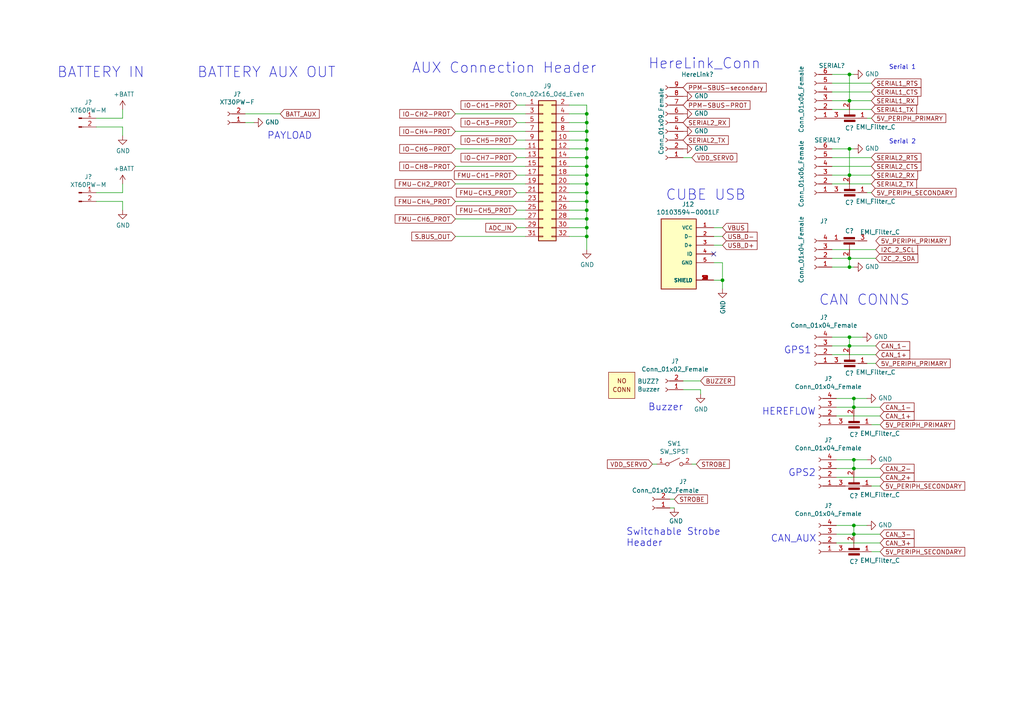
<source format=kicad_sch>
(kicad_sch (version 20231120) (generator "eeschema") (generator_version "8.0")
  (paper "A4")
  (lib_symbols
    (symbol "Connector_Generic:Conn_02x16_Odd_Even" (pin_names (offset 1.016) hide)
      (property "Reference" "J" (at 1.27 20.32 0))
      (property "Value" "Conn_02x16_Odd_Even" (at 1.27 -22.86 0))
      (symbol "Conn_02x16_Odd_Even_1_1"
        (rectangle (start -1.27 -20.193) (end 0 -20.447) (stroke (width 0.1524)))
        (rectangle (start -1.27 -17.653) (end 0 -17.907) (stroke (width 0.1524)))
        (rectangle (start -1.27 -15.113) (end 0 -15.367) (stroke (width 0.1524)))
        (rectangle (start -1.27 -12.573) (end 0 -12.827) (stroke (width 0.1524)))
        (rectangle (start -1.27 -10.033) (end 0 -10.287) (stroke (width 0.1524)))
        (rectangle (start -1.27 -7.493) (end 0 -7.747) (stroke (width 0.1524)))
        (rectangle (start -1.27 -4.953) (end 0 -5.207) (stroke (width 0.1524)))
        (rectangle (start -1.27 -2.413) (end 0 -2.667) (stroke (width 0.1524)))
        (rectangle (start -1.27 0.127) (end 0 -0.127) (stroke (width 0.1524)))
        (rectangle (start -1.27 2.667) (end 0 2.413) (stroke (width 0.1524)))
        (rectangle (start -1.27 5.207) (end 0 4.953) (stroke (width 0.1524)))
        (rectangle (start -1.27 7.747) (end 0 7.493) (stroke (width 0.1524)))
        (rectangle (start -1.27 10.287) (end 0 10.033) (stroke (width 0.1524)))
        (rectangle (start -1.27 12.827) (end 0 12.573) (stroke (width 0.1524)))
        (rectangle (start -1.27 15.367) (end 0 15.113) (stroke (width 0.1524)))
        (rectangle (start -1.27 17.907) (end 0 17.653) (stroke (width 0.1524)))
        (rectangle (start -1.27 19.05) (end 3.81 -21.59) (stroke (width 0.254)) (fill (type background)))
        (rectangle (start 3.81 -20.193) (end 2.54 -20.447) (stroke (width 0.1524)))
        (rectangle (start 3.81 -17.653) (end 2.54 -17.907) (stroke (width 0.1524)))
        (rectangle (start 3.81 -15.113) (end 2.54 -15.367) (stroke (width 0.1524)))
        (rectangle (start 3.81 -12.573) (end 2.54 -12.827) (stroke (width 0.1524)))
        (rectangle (start 3.81 -10.033) (end 2.54 -10.287) (stroke (width 0.1524)))
        (rectangle (start 3.81 -7.493) (end 2.54 -7.747) (stroke (width 0.1524)))
        (rectangle (start 3.81 -4.953) (end 2.54 -5.207) (stroke (width 0.1524)))
        (rectangle (start 3.81 -2.413) (end 2.54 -2.667) (stroke (width 0.1524)))
        (rectangle (start 3.81 0.127) (end 2.54 -0.127) (stroke (width 0.1524)))
        (rectangle (start 3.81 2.667) (end 2.54 2.413) (stroke (width 0.1524)))
        (rectangle (start 3.81 5.207) (end 2.54 4.953) (stroke (width 0.1524)))
        (rectangle (start 3.81 7.747) (end 2.54 7.493) (stroke (width 0.1524)))
        (rectangle (start 3.81 10.287) (end 2.54 10.033) (stroke (width 0.1524)))
        (rectangle (start 3.81 12.827) (end 2.54 12.573) (stroke (width 0.1524)))
        (rectangle (start 3.81 15.367) (end 2.54 15.113) (stroke (width 0.1524)))
        (rectangle (start 3.81 17.907) (end 2.54 17.653) (stroke (width 0.1524)))
        (pin passive line (at -5.08 17.78 0) (length 3.81) (name "Pin_1") (number "1"))
        (pin passive line (at 7.62 7.62 180) (length 3.81) (name "Pin_10") (number "10"))
        (pin passive line (at -5.08 5.08 0) (length 3.81) (name "Pin_11") (number "11"))
        (pin passive line (at 7.62 5.08 180) (length 3.81) (name "Pin_12") (number "12"))
        (pin passive line (at -5.08 2.54 0) (length 3.81) (name "Pin_13") (number "13"))
        (pin passive line (at 7.62 2.54 180) (length 3.81) (name "Pin_14") (number "14"))
        (pin passive line (at -5.08 0 0) (length 3.81) (name "Pin_15") (number "15"))
        (pin passive line (at 7.62 0 180) (length 3.81) (name "Pin_16") (number "16"))
        (pin passive line (at -5.08 -2.54 0) (length 3.81) (name "Pin_17") (number "17"))
        (pin passive line (at 7.62 -2.54 180) (length 3.81) (name "Pin_18") (number "18"))
        (pin passive line (at -5.08 -5.08 0) (length 3.81) (name "Pin_19") (number "19"))
        (pin passive line (at 7.62 17.78 180) (length 3.81) (name "Pin_2") (number "2"))
        (pin passive line (at 7.62 -5.08 180) (length 3.81) (name "Pin_20") (number "20"))
        (pin passive line (at -5.08 -7.62 0) (length 3.81) (name "Pin_21") (number "21"))
        (pin passive line (at 7.62 -7.62 180) (length 3.81) (name "Pin_22") (number "22"))
        (pin passive line (at -5.08 -10.16 0) (length 3.81) (name "Pin_23") (number "23"))
        (pin passive line (at 7.62 -10.16 180) (length 3.81) (name "Pin_24") (number "24"))
        (pin passive line (at -5.08 -12.7 0) (length 3.81) (name "Pin_25") (number "25"))
        (pin passive line (at 7.62 -12.7 180) (length 3.81) (name "Pin_26") (number "26"))
        (pin passive line (at -5.08 -15.24 0) (length 3.81) (name "Pin_27") (number "27"))
        (pin passive line (at 7.62 -15.24 180) (length 3.81) (name "Pin_28") (number "28"))
        (pin passive line (at -5.08 -17.78 0) (length 3.81) (name "Pin_29") (number "29"))
        (pin passive line (at -5.08 15.24 0) (length 3.81) (name "Pin_3") (number "3"))
        (pin passive line (at 7.62 -17.78 180) (length 3.81) (name "Pin_30") (number "30"))
        (pin passive line (at -5.08 -20.32 0) (length 3.81) (name "Pin_31") (number "31"))
        (pin passive line (at 7.62 -20.32 180) (length 3.81) (name "Pin_32") (number "32"))
        (pin passive line (at 7.62 15.24 180) (length 3.81) (name "Pin_4") (number "4"))
        (pin passive line (at -5.08 12.7 0) (length 3.81) (name "Pin_5") (number "5"))
        (pin passive line (at 7.62 12.7 180) (length 3.81) (name "Pin_6") (number "6"))
        (pin passive line (at -5.08 10.16 0) (length 3.81) (name "Pin_7") (number "7"))
        (pin passive line (at 7.62 10.16 180) (length 3.81) (name "Pin_8") (number "8"))
        (pin passive line (at -5.08 7.62 0) (length 3.81) (name "Pin_9") (number "9"))
      )
    )
    (symbol "SAM4_Mainboard-rescue:+BATT-power" (power) (pin_names (offset 0))
      (property "Value" "power_+BATT" (at 0 3.556 0))
      (symbol "+BATT-power_0_1"
        (polyline (pts (xy -0.762 1.27) (xy 0 2.54)))
        (polyline (pts (xy 0 0) (xy 0 2.54)))
        (polyline (pts (xy 0 2.54) (xy 0.762 1.27)))
      )
      (symbol "+BATT-power_1_1"
        (pin power_in line (at 0 0 90) (length 0) hide (name "+BATT") (number "1"))
      )
    )
    (symbol "SAM4_Mainboard-rescue:10103594-0001LF-P2_PowerSystem-rescue" (pin_names (offset 1.016))
      (property "Reference" "J" (at -5.08 11.43 0))
      (property "Value" "10103594-0001LF-P2_PowerSystem-rescue" (at -5.08 -12.7 0))
      (symbol "10103594-0001LF-P2_PowerSystem-rescue_0_0"
        (rectangle (start -5.08 -10.16) (end 5.08 10.16) (stroke (width 0.254)) (fill (type background)))
        (pin power_in line (at -10.16 7.62 0) (length 5.08) (name "VCC") (number "1"))
        (pin passive line (at -10.16 -7.62 0) (length 5.08) (name "SHIELD") (number "10"))
        (pin passive line (at -10.16 -7.62 0) (length 5.08) (name "SHIELD") (number "11"))
        (pin bidirectional line (at -10.16 5.08 0) (length 5.08) (name "D-") (number "2"))
        (pin bidirectional line (at -10.16 2.54 0) (length 5.08) (name "D+") (number "3"))
        (pin bidirectional line (at -10.16 0 0) (length 5.08) (name "ID") (number "4"))
        (pin power_in line (at -10.16 -2.54 0) (length 5.08) (name "GND") (number "5"))
        (pin passive line (at -10.16 -7.62 0) (length 5.08) (name "SHIELD") (number "6"))
        (pin passive line (at -10.16 -7.62 0) (length 5.08) (name "SHIELD") (number "7"))
        (pin passive line (at -10.16 -7.62 0) (length 5.08) (name "SHIELD") (number "8"))
        (pin passive line (at -10.16 -7.62 0) (length 5.08) (name "SHIELD") (number "9"))
        (pin passive line (at -10.16 -7.62 0) (length 5.08) (name "SHIELD") (number "S1"))
        (pin passive line (at -10.16 -7.62 0) (length 5.08) (name "SHIELD") (number "S2"))
      )
    )
    (symbol "SAM4_Mainboard-rescue:Buzzer-AERPAW-P2_PowerSystem-rescue" (pin_names (offset 1.016))
      (property "Reference" "BUZZ" (at 0 5.08 0))
      (property "Value" "P2_PowerSystem-rescue_Buzzer-AERPAW" (at 0 7.62 0))
      (symbol "Buzzer-AERPAW-P2_PowerSystem-rescue_0_0"
        (text "CONN" (at 0 -1.27 0) (effects (font (size 1.27 1.27))))
        (text "NO" (at 0 1.27 0) (effects (font (size 1.27 1.27))))
      )
      (symbol "Buzzer-AERPAW-P2_PowerSystem-rescue_0_1"
        (rectangle (start -3.81 3.81) (end 3.81 -3.81) (fill (type background)))
      )
    )
    (symbol "SAM4_Mainboard-rescue:Conn_01x02_Female-Connector-P2_PowerSystem-rescue" (pin_names (offset 1.016) hide)
      (property "Reference" "J" (at 0 2.54 0))
      (property "Value" "P2_PowerSystem-rescue_Conn_01x02_Female-Connector" (at 0 -5.08 0))
      (symbol "Conn_01x02_Female-Connector-P2_PowerSystem-rescue_1_1"
        (arc (start 0 -2.032) (mid -0.508 -2.54) (end 0 -3.048) (stroke (width 0.1524)))
        (polyline (pts (xy -1.27 -2.54) (xy -0.508 -2.54)) (stroke (width 0.1524)))
        (polyline (pts (xy -1.27 0) (xy -0.508 0)) (stroke (width 0.1524)))
        (arc (start 0 0.508) (mid -0.508 0) (end 0 -0.508) (stroke (width 0.1524)))
        (pin passive line (at -5.08 0 0) (length 3.81) (name "Pin_1") (number "1"))
        (pin passive line (at -5.08 -2.54 0) (length 3.81) (name "Pin_2") (number "2"))
      )
    )
    (symbol "SAM4_Mainboard-rescue:Conn_01x02_Male-Connector" (pin_names (offset 1.016) hide)
      (property "Reference" "J" (at 0 2.54 0))
      (property "Value" "Connector_Conn_01x02_Male" (at 0 -5.08 0))
      (symbol "Conn_01x02_Male-Connector_1_1"
        (polyline (pts (xy 1.27 -2.54) (xy 0.8636 -2.54)) (stroke (width 0.1524)))
        (polyline (pts (xy 1.27 0) (xy 0.8636 0)) (stroke (width 0.1524)))
        (rectangle (start 0.8636 -2.413) (end 0 -2.667) (stroke (width 0.1524)) (fill (type outline)))
        (rectangle (start 0.8636 0.127) (end 0 -0.127) (stroke (width 0.1524)) (fill (type outline)))
        (pin passive line (at 5.08 0 180) (length 3.81) (name "Pin_1") (number "1"))
        (pin passive line (at 5.08 -2.54 180) (length 3.81) (name "Pin_2") (number "2"))
      )
    )
    (symbol "SAM4_Mainboard-rescue:Conn_01x04_Female-Connector-P2_PowerSystem-rescue" (pin_names (offset 1.016) hide)
      (property "Reference" "J" (at 0 5.08 0))
      (property "Value" "P2_PowerSystem-rescue_Conn_01x04_Female-Connector" (at 0 -7.62 0))
      (symbol "Conn_01x04_Female-Connector-P2_PowerSystem-rescue_1_1"
        (arc (start 0 -4.572) (mid -0.508 -5.08) (end 0 -5.588) (stroke (width 0.1524)))
        (arc (start 0 -2.032) (mid -0.508 -2.54) (end 0 -3.048) (stroke (width 0.1524)))
        (polyline (pts (xy -1.27 -5.08) (xy -0.508 -5.08)) (stroke (width 0.1524)))
        (polyline (pts (xy -1.27 -2.54) (xy -0.508 -2.54)) (stroke (width 0.1524)))
        (polyline (pts (xy -1.27 0) (xy -0.508 0)) (stroke (width 0.1524)))
        (polyline (pts (xy -1.27 2.54) (xy -0.508 2.54)) (stroke (width 0.1524)))
        (arc (start 0 0.508) (mid -0.508 0) (end 0 -0.508) (stroke (width 0.1524)))
        (arc (start 0 3.048) (mid -0.508 2.54) (end 0 2.032) (stroke (width 0.1524)))
        (pin passive line (at -5.08 2.54 0) (length 3.81) (name "Pin_1") (number "1"))
        (pin passive line (at -5.08 0 0) (length 3.81) (name "Pin_2") (number "2"))
        (pin passive line (at -5.08 -2.54 0) (length 3.81) (name "Pin_3") (number "3"))
        (pin passive line (at -5.08 -5.08 0) (length 3.81) (name "Pin_4") (number "4"))
      )
    )
    (symbol "SAM4_Mainboard-rescue:Conn_01x06_Female-Connector-P2_PowerSystem-rescue" (pin_names (offset 1.016) hide)
      (property "Reference" "J" (at 0 7.62 0))
      (property "Value" "P2_PowerSystem-rescue_Conn_01x06_Female-Connector" (at 0 -10.16 0))
      (symbol "Conn_01x06_Female-Connector-P2_PowerSystem-rescue_1_1"
        (arc (start 0 -7.112) (mid -0.508 -7.62) (end 0 -8.128) (stroke (width 0.1524)))
        (arc (start 0 -4.572) (mid -0.508 -5.08) (end 0 -5.588) (stroke (width 0.1524)))
        (arc (start 0 -2.032) (mid -0.508 -2.54) (end 0 -3.048) (stroke (width 0.1524)))
        (polyline (pts (xy -1.27 -7.62) (xy -0.508 -7.62)) (stroke (width 0.1524)))
        (polyline (pts (xy -1.27 -5.08) (xy -0.508 -5.08)) (stroke (width 0.1524)))
        (polyline (pts (xy -1.27 -2.54) (xy -0.508 -2.54)) (stroke (width 0.1524)))
        (polyline (pts (xy -1.27 0) (xy -0.508 0)) (stroke (width 0.1524)))
        (polyline (pts (xy -1.27 2.54) (xy -0.508 2.54)) (stroke (width 0.1524)))
        (polyline (pts (xy -1.27 5.08) (xy -0.508 5.08)) (stroke (width 0.1524)))
        (arc (start 0 0.508) (mid -0.508 0) (end 0 -0.508) (stroke (width 0.1524)))
        (arc (start 0 3.048) (mid -0.508 2.54) (end 0 2.032) (stroke (width 0.1524)))
        (arc (start 0 5.588) (mid -0.508 5.08) (end 0 4.572) (stroke (width 0.1524)))
        (pin passive line (at -5.08 5.08 0) (length 3.81) (name "Pin_1") (number "1"))
        (pin passive line (at -5.08 2.54 0) (length 3.81) (name "Pin_2") (number "2"))
        (pin passive line (at -5.08 0 0) (length 3.81) (name "Pin_3") (number "3"))
        (pin passive line (at -5.08 -2.54 0) (length 3.81) (name "Pin_4") (number "4"))
        (pin passive line (at -5.08 -5.08 0) (length 3.81) (name "Pin_5") (number "5"))
        (pin passive line (at -5.08 -7.62 0) (length 3.81) (name "Pin_6") (number "6"))
      )
    )
    (symbol "SAM4_Mainboard-rescue:Conn_01x09_Female-Connector-P2_PowerSystem-rescue" (pin_names (offset 1.016) hide)
      (property "Reference" "J" (at 0 12.7 0))
      (property "Value" "P2_PowerSystem-rescue_Conn_01x09_Female-Connector" (at 0 -12.7 0))
      (symbol "Conn_01x09_Female-Connector-P2_PowerSystem-rescue_1_1"
        (arc (start 0 -9.652) (mid -0.508 -10.16) (end 0 -10.668) (stroke (width 0.1524)))
        (arc (start 0 -7.112) (mid -0.508 -7.62) (end 0 -8.128) (stroke (width 0.1524)))
        (arc (start 0 -4.572) (mid -0.508 -5.08) (end 0 -5.588) (stroke (width 0.1524)))
        (arc (start 0 -2.032) (mid -0.508 -2.54) (end 0 -3.048) (stroke (width 0.1524)))
        (polyline (pts (xy -1.27 -10.16) (xy -0.508 -10.16)) (stroke (width 0.1524)))
        (polyline (pts (xy -1.27 -7.62) (xy -0.508 -7.62)) (stroke (width 0.1524)))
        (polyline (pts (xy -1.27 -5.08) (xy -0.508 -5.08)) (stroke (width 0.1524)))
        (polyline (pts (xy -1.27 -2.54) (xy -0.508 -2.54)) (stroke (width 0.1524)))
        (polyline (pts (xy -1.27 0) (xy -0.508 0)) (stroke (width 0.1524)))
        (polyline (pts (xy -1.27 2.54) (xy -0.508 2.54)) (stroke (width 0.1524)))
        (polyline (pts (xy -1.27 5.08) (xy -0.508 5.08)) (stroke (width 0.1524)))
        (polyline (pts (xy -1.27 7.62) (xy -0.508 7.62)) (stroke (width 0.1524)))
        (polyline (pts (xy -1.27 10.16) (xy -0.508 10.16)) (stroke (width 0.1524)))
        (arc (start 0 0.508) (mid -0.508 0) (end 0 -0.508) (stroke (width 0.1524)))
        (arc (start 0 3.048) (mid -0.508 2.54) (end 0 2.032) (stroke (width 0.1524)))
        (arc (start 0 5.588) (mid -0.508 5.08) (end 0 4.572) (stroke (width 0.1524)))
        (arc (start 0 8.128) (mid -0.508 7.62) (end 0 7.112) (stroke (width 0.1524)))
        (arc (start 0 10.668) (mid -0.508 10.16) (end 0 9.652) (stroke (width 0.1524)))
        (pin passive line (at -5.08 10.16 0) (length 3.81) (name "Pin_1") (number "1"))
        (pin passive line (at -5.08 7.62 0) (length 3.81) (name "Pin_2") (number "2"))
        (pin passive line (at -5.08 5.08 0) (length 3.81) (name "Pin_3") (number "3"))
        (pin passive line (at -5.08 2.54 0) (length 3.81) (name "Pin_4") (number "4"))
        (pin passive line (at -5.08 0 0) (length 3.81) (name "Pin_5") (number "5"))
        (pin passive line (at -5.08 -2.54 0) (length 3.81) (name "Pin_6") (number "6"))
        (pin passive line (at -5.08 -5.08 0) (length 3.81) (name "Pin_7") (number "7"))
        (pin passive line (at -5.08 -7.62 0) (length 3.81) (name "Pin_8") (number "8"))
        (pin passive line (at -5.08 -10.16 0) (length 3.81) (name "Pin_9") (number "9"))
      )
    )
    (symbol "SAM4_Mainboard-rescue:EMI_Filter_C-Device-P2_PowerSystem-rescue" (pin_names (offset 0.254) hide)
      (property "Reference" "C" (at 0 7.62 0))
      (property "Value" "P2_PowerSystem-rescue_EMI_Filter_C-Device" (at 0 5.715 0))
      (symbol "EMI_Filter_C-Device-P2_PowerSystem-rescue_0_1"
        (rectangle (start -1.651 1.524) (end 1.524 2.032) (fill (type outline)))
        (polyline (pts (xy -2.54 2.54) (xy 2.54 2.54)))
        (polyline (pts (xy 0 0) (xy 0 1.778)))
        (rectangle (start 1.524 3.048) (end -1.651 3.556) (fill (type outline)))
      )
      (symbol "EMI_Filter_C-Device-P2_PowerSystem-rescue_1_1"
        (pin passive line (at -5.08 2.54 0) (length 2.54) (name "1") (number "1"))
        (pin passive line (at 0 -2.54 90) (length 2.54) (name "2") (number "2"))
        (pin passive line (at 5.08 2.54 180) (length 2.54) (name "3") (number "3"))
      )
    )
    (symbol "SAM4_Mainboard-rescue:GND-power" (power) (pin_names (offset 0))
      (property "Value" "power_GND" (at 0 -3.81 0))
      (symbol "GND-power_0_1"
        (polyline (pts (xy 0 0) (xy 0 -1.27) (xy 1.27 -1.27) (xy 0 -2.54) (xy -1.27 -1.27) (xy 0 -1.27)))
      )
      (symbol "GND-power_1_1"
        (pin power_in line (at 0 0 270) (length 0) hide (name "GND") (number "1"))
      )
    )
    (symbol "SAM4_Mainboard-rescue:GND-power-P2_PowerSystem-rescue" (power) (pin_names (offset 0))
      (property "Value" "P2_PowerSystem-rescue_GND-power" (at 0 -3.81 0))
      (symbol "GND-power-P2_PowerSystem-rescue_0_1"
        (polyline (pts (xy 0 0) (xy 0 -1.27) (xy 1.27 -1.27) (xy 0 -2.54) (xy -1.27 -1.27) (xy 0 -1.27)))
      )
      (symbol "GND-power-P2_PowerSystem-rescue_1_1"
        (pin power_in line (at 0 0 270) (length 0) hide (name "GND") (number "1"))
      )
    )
    (symbol "Switch:SW_SPST" (pin_names (offset 0) hide)
      (property "Reference" "SW" (at 0 3.175 0))
      (property "Value" "SW_SPST" (at 0 -2.54 0))
      (symbol "SW_SPST_0_0"
        (circle (center -2.032 0) (radius 0.508))
        (polyline (pts (xy -1.524 0.254) (xy 1.524 1.778)))
        (circle (center 2.032 0) (radius 0.508))
      )
      (symbol "SW_SPST_1_1"
        (pin passive line (at -5.08 0 0) (length 2.54) (name "A") (number "1"))
        (pin passive line (at 5.08 0 180) (length 2.54) (name "B") (number "2"))
      )
    )
  )
  (junction (at 170.18 63.5))
  (junction (at 247.65 133.35))
  (junction (at 247.65 115.57))
  (junction (at 246.38 77.47))
  (junction (at 170.18 66.04))
  (junction (at 170.18 68.58))
  (junction (at 170.18 58.42))
  (junction (at 209.55 81.28))
  (junction (at 170.18 38.1))
  (junction (at 170.18 50.8))
  (junction (at 170.18 33.02))
  (junction (at 170.18 60.96))
  (junction (at 246.38 21.59))
  (junction (at 170.18 53.34))
  (junction (at 247.65 152.4))
  (junction (at 170.18 43.18))
  (junction (at 247.65 154.94))
  (junction (at 247.65 118.11))
  (junction (at 247.65 135.89))
  (junction (at 246.38 97.79))
  (junction (at 170.18 35.56))
  (junction (at 246.38 43.18))
  (junction (at 246.38 74.93))
  (junction (at 246.38 50.8))
  (junction (at 170.18 55.88))
  (junction (at 170.18 45.72))
  (junction (at 170.18 48.26))
  (junction (at 170.18 40.64))
  (junction (at 246.38 100.33))
  (junction (at 246.38 29.21))
  (no_connect (at 207.01 73.66))
  (wire (pts (xy 246.38 100.33) (xy 254 100.33)))
  (wire (pts (xy 246.38 77.47) (xy 241.3 77.47)))
  (wire (pts (xy 27.94 55.88) (xy 35.56 55.88)))
  (wire (pts (xy 247.65 152.4) (xy 251.46 152.4)))
  (wire (pts (xy 241.3 50.8) (xy 246.38 50.8)))
  (wire (pts (xy 165.1 63.5) (xy 170.18 63.5)))
  (wire (pts (xy 27.94 58.42) (xy 35.56 58.42)))
  (wire (pts (xy 246.38 29.21) (xy 252.73 29.21)))
  (wire (pts (xy 241.3 97.79) (xy 246.38 97.79)))
  (wire (pts (xy 170.18 40.64) (xy 170.18 43.18)))
  (wire (pts (xy 241.3 29.21) (xy 246.38 29.21)))
  (wire (pts (xy 251.46 55.88) (xy 252.73 55.88)))
  (wire (pts (xy 165.1 40.64) (xy 170.18 40.64)))
  (wire (pts (xy 246.38 97.79) (xy 250.19 97.79)))
  (wire (pts (xy 246.38 29.21) (xy 246.38 21.59)))
  (wire (pts (xy 246.38 74.93) (xy 246.38 77.47)))
  (wire (pts (xy 255.27 138.43) (xy 242.57 138.43)))
  (wire (pts (xy 170.18 48.26) (xy 170.18 50.8)))
  (wire (pts (xy 254 102.87) (xy 241.3 102.87)))
  (wire (pts (xy 246.38 74.93) (xy 254 74.93)))
  (wire (pts (xy 241.3 24.13) (xy 252.73 24.13)))
  (wire (pts (xy 165.1 66.04) (xy 170.18 66.04)))
  (wire (pts (xy 207.01 76.2) (xy 209.55 76.2)))
  (wire (pts (xy 170.18 58.42) (xy 170.18 60.96)))
  (wire (pts (xy 152.4 63.5) (xy 132.08 63.5)))
  (wire (pts (xy 170.18 45.72) (xy 170.18 48.26)))
  (wire (pts (xy 247.65 118.11) (xy 255.27 118.11)))
  (wire (pts (xy 73.66 35.56) (xy 71.12 35.56)))
  (wire (pts (xy 242.57 135.89) (xy 247.65 135.89)))
  (wire (pts (xy 165.1 58.42) (xy 170.18 58.42)))
  (wire (pts (xy 132.08 43.18) (xy 152.4 43.18)))
  (wire (pts (xy 165.1 30.48) (xy 170.18 30.48)))
  (wire (pts (xy 201.93 134.62) (xy 200.66 134.62)))
  (wire (pts (xy 246.38 43.18) (xy 241.3 43.18)))
  (wire (pts (xy 242.57 115.57) (xy 247.65 115.57)))
  (wire (pts (xy 170.18 50.8) (xy 170.18 53.34)))
  (wire (pts (xy 242.57 152.4) (xy 247.65 152.4)))
  (wire (pts (xy 170.18 43.18) (xy 170.18 45.72)))
  (wire (pts (xy 246.38 50.8) (xy 252.73 50.8)))
  (wire (pts (xy 207.01 68.58) (xy 209.55 68.58)))
  (wire (pts (xy 241.3 72.39) (xy 254 72.39)))
  (wire (pts (xy 247.65 21.59) (xy 246.38 21.59)))
  (wire (pts (xy 247.65 135.89) (xy 255.27 135.89)))
  (wire (pts (xy 170.18 66.04) (xy 170.18 68.58)))
  (wire (pts (xy 247.65 115.57) (xy 251.46 115.57)))
  (wire (pts (xy 241.3 74.93) (xy 246.38 74.93)))
  (wire (pts (xy 247.65 133.35) (xy 251.46 133.35)))
  (wire (pts (xy 170.18 38.1) (xy 170.18 40.64)))
  (wire (pts (xy 241.3 45.72) (xy 252.73 45.72)))
  (wire (pts (xy 255.27 160.02) (xy 252.73 160.02)))
  (wire (pts (xy 209.55 66.04) (xy 207.01 66.04)))
  (wire (pts (xy 198.12 113.03) (xy 203.2 113.03)))
  (wire (pts (xy 241.3 31.75) (xy 252.73 31.75)))
  (wire (pts (xy 170.18 30.48) (xy 170.18 33.02)))
  (wire (pts (xy 165.1 48.26) (xy 170.18 48.26)))
  (wire (pts (xy 170.18 68.58) (xy 170.18 72.39)))
  (wire (pts (xy 165.1 50.8) (xy 170.18 50.8)))
  (wire (pts (xy 255.27 140.97) (xy 252.73 140.97)))
  (wire (pts (xy 247.65 43.18) (xy 246.38 43.18)))
  (wire (pts (xy 35.56 36.83) (xy 35.56 39.37)))
  (wire (pts (xy 170.18 53.34) (xy 170.18 55.88)))
  (wire (pts (xy 132.08 38.1) (xy 152.4 38.1)))
  (wire (pts (xy 132.08 33.02) (xy 152.4 33.02)))
  (wire (pts (xy 246.38 100.33) (xy 246.38 97.79)))
  (wire (pts (xy 195.58 144.78) (xy 194.31 144.78)))
  (wire (pts (xy 165.1 43.18) (xy 170.18 43.18)))
  (wire (pts (xy 170.18 63.5) (xy 170.18 66.04)))
  (wire (pts (xy 165.1 60.96) (xy 170.18 60.96)))
  (wire (pts (xy 247.65 154.94) (xy 247.65 152.4)))
  (wire (pts (xy 247.65 154.94) (xy 255.27 154.94)))
  (wire (pts (xy 255.27 157.48) (xy 242.57 157.48)))
  (wire (pts (xy 255.27 120.65) (xy 242.57 120.65)))
  (wire (pts (xy 247.65 77.47) (xy 246.38 77.47)))
  (wire (pts (xy 152.4 40.64) (xy 149.86 40.64)))
  (wire (pts (xy 132.08 53.34) (xy 152.4 53.34)))
  (wire (pts (xy 152.4 50.8) (xy 149.86 50.8)))
  (wire (pts (xy 195.58 147.32) (xy 194.31 147.32)))
  (wire (pts (xy 165.1 35.56) (xy 170.18 35.56)))
  (wire (pts (xy 241.3 53.34) (xy 252.73 53.34)))
  (wire (pts (xy 132.08 58.42) (xy 152.4 58.42)))
  (wire (pts (xy 27.94 34.29) (xy 35.56 34.29)))
  (wire (pts (xy 165.1 38.1) (xy 170.18 38.1)))
  (wire (pts (xy 165.1 33.02) (xy 170.18 33.02)))
  (wire (pts (xy 241.3 100.33) (xy 246.38 100.33)))
  (wire (pts (xy 27.94 36.83) (xy 35.56 36.83)))
  (wire (pts (xy 35.56 58.42) (xy 35.56 60.96)))
  (wire (pts (xy 149.86 66.04) (xy 152.4 66.04)))
  (wire (pts (xy 200.66 45.72) (xy 198.12 45.72)))
  (wire (pts (xy 35.56 34.29) (xy 35.56 31.75)))
  (wire (pts (xy 207.01 71.12) (xy 209.55 71.12)))
  (wire (pts (xy 165.1 45.72) (xy 170.18 45.72)))
  (wire (pts (xy 81.28 33.02) (xy 71.12 33.02)))
  (wire (pts (xy 252.73 48.26) (xy 241.3 48.26)))
  (wire (pts (xy 255.27 123.19) (xy 252.73 123.19)))
  (wire (pts (xy 242.57 118.11) (xy 247.65 118.11)))
  (wire (pts (xy 207.01 81.28) (xy 209.55 81.28)))
  (wire (pts (xy 203.2 113.03) (xy 203.2 114.3)))
  (wire (pts (xy 198.12 110.49) (xy 203.2 110.49)))
  (wire (pts (xy 165.1 68.58) (xy 170.18 68.58)))
  (wire (pts (xy 165.1 55.88) (xy 170.18 55.88)))
  (wire (pts (xy 242.57 133.35) (xy 247.65 133.35)))
  (wire (pts (xy 165.1 53.34) (xy 170.18 53.34)))
  (wire (pts (xy 209.55 76.2) (xy 209.55 81.28)))
  (wire (pts (xy 35.56 55.88) (xy 35.56 53.34)))
  (wire (pts (xy 242.57 154.94) (xy 247.65 154.94)))
  (wire (pts (xy 247.65 135.89) (xy 247.65 133.35)))
  (wire (pts (xy 132.08 48.26) (xy 152.4 48.26)))
  (wire (pts (xy 132.08 68.58) (xy 152.4 68.58)))
  (wire (pts (xy 170.18 55.88) (xy 170.18 58.42)))
  (wire (pts (xy 189.23 134.62) (xy 190.5 134.62)))
  (wire (pts (xy 149.86 60.96) (xy 152.4 60.96)))
  (wire (pts (xy 170.18 33.02) (xy 170.18 35.56)))
  (wire (pts (xy 251.46 34.29) (xy 252.73 34.29)))
  (wire (pts (xy 152.4 35.56) (xy 149.86 35.56)))
  (wire (pts (xy 246.38 50.8) (xy 246.38 43.18)))
  (wire (pts (xy 209.55 81.28) (xy 209.55 83.82)))
  (wire (pts (xy 254 105.41) (xy 251.46 105.41)))
  (wire (pts (xy 170.18 60.96) (xy 170.18 63.5)))
  (wire (pts (xy 152.4 30.48) (xy 149.86 30.48)))
  (wire (pts (xy 170.18 35.56) (xy 170.18 38.1)))
  (wire (pts (xy 152.4 45.72) (xy 149.86 45.72)))
  (wire (pts (xy 246.38 21.59) (xy 241.3 21.59)))
  (wire (pts (xy 152.4 55.88) (xy 149.86 55.88)))
  (wire (pts (xy 247.65 118.11) (xy 247.65 115.57)))
  (wire (pts (xy 252.73 26.67) (xy 241.3 26.67)))
  (text "Switchable Strobe\nHeader" (at 181.61 158.75 0) (effects (font (size 2.0066 2.0066)) (justify left bottom)))
  (text "CAN_AUX" (at 223.52 157.48 0) (effects (font (size 2.0066 2.0066)) (justify left bottom)))
  (text "Serial 2" (at 257.81 41.91 0) (effects (font (size 1.27 1.27)) (justify left bottom)))
  (text "Buzzer" (at 187.96 119.38 0) (effects (font (size 2.0066 2.0066)) (justify left bottom)))
  (text "BATTERY IN" (at 16.51 22.86 0) (effects (font (size 2.9972 2.9972)) (justify left bottom)))
  (text "AUX Connection Header" (at 119.38 21.59 0) (effects (font (size 2.9972 2.9972)) (justify left bottom)))
  (text "GPS2" (at 228.6 138.43 0) (effects (font (size 2.0066 2.0066)) (justify left bottom)))
  (text "Serial 1" (at 257.81 20.32 0) (effects (font (size 1.27 1.27)) (justify left bottom)))
  (text "CUBE USB" (at 193.04 58.42 0) (effects (font (size 2.9972 2.9972)) (justify left bottom)))
  (text "CAN CONNS" (at 237.49 88.9 0) (effects (font (size 2.9972 2.9972)) (justify left bottom)))
  (text "HEREFLOW" (at 220.98 120.65 0) (effects (font (size 2.0066 2.0066)) (justify left bottom)))
  (text "PAYLOAD" (at 77.47 40.64 0) (effects (font (size 2.0066 2.0066)) (justify left bottom)))
  (text "HereLink_Conn" (at 187.96 20.32 0) (effects (font (size 2.9972 2.9972)) (justify left bottom)))
  (text "BATTERY AUX OUT" (at 57.15 22.86 0) (effects (font (size 2.9972 2.9972)) (justify left bottom)))
  (text "GPS1" (at 227.33 102.87 0) (effects (font (size 2.0066 2.0066)) (justify left bottom)))
  (global_label "CAN_3-" (shape input) (at 255.27 154.94 0) (property "Intersheetrefs" "${INTERSHEET_REFS}" (effects (hide yes))))
  (global_label "5V_PERIPH_SECONDARY" (shape input) (at 255.27 140.97 0) (property "Intersheetrefs" "${INTERSHEET_REFS}" (effects (hide yes))))
  (global_label "CAN_3+" (shape input) (at 255.27 157.48 0) (property "Intersheetrefs" "${INTERSHEET_REFS}" (effects (hide yes))))
  (global_label "IO-CH4-PROT" (shape input) (at 132.08 38.1 180) (property "Intersheetrefs" "${INTERSHEET_REFS}" (effects (hide yes))))
  (global_label "SERIAL2_TX" (shape input) (at 198.12 40.64 0) (property "Intersheetrefs" "${INTERSHEET_REFS}" (effects (hide yes))))
  (global_label "FMU-CH3_PROT" (shape input) (at 149.86 55.88 180) (property "Intersheetrefs" "${INTERSHEET_REFS}" (effects (hide yes))))
  (global_label "ADC_IN" (shape input) (at 149.86 66.04 180) (property "Intersheetrefs" "${INTERSHEET_REFS}" (effects (hide yes))))
  (global_label "I2C_2_SDA" (shape input) (at 254 74.93 0) (property "Intersheetrefs" "${INTERSHEET_REFS}" (effects (hide yes))))
  (global_label "SERIAL1_RTS" (shape input) (at 252.73 24.13 0) (property "Intersheetrefs" "${INTERSHEET_REFS}" (effects (hide yes))))
  (global_label "IO-CH5-PROT" (shape input) (at 149.86 40.64 180) (property "Intersheetrefs" "${INTERSHEET_REFS}" (effects (hide yes))))
  (global_label "SERIAL1_TX" (shape input) (at 252.73 31.75 0) (property "Intersheetrefs" "${INTERSHEET_REFS}" (effects (hide yes))))
  (global_label "5V_PERIPH_SECONDARY" (shape input) (at 252.73 55.88 0) (property "Intersheetrefs" "${INTERSHEET_REFS}" (effects (hide yes))))
  (global_label "SERIAL2_CTS" (shape input) (at 252.73 48.26 0) (property "Intersheetrefs" "${INTERSHEET_REFS}" (effects (hide yes))))
  (global_label "CAN_2-" (shape input) (at 255.27 135.89 0) (property "Intersheetrefs" "${INTERSHEET_REFS}" (effects (hide yes))))
  (global_label "FMU-CH1-PROT" (shape input) (at 149.86 50.8 180) (property "Intersheetrefs" "${INTERSHEET_REFS}" (effects (hide yes))))
  (global_label "SERIAL2_RX" (shape input) (at 252.73 50.8 0) (property "Intersheetrefs" "${INTERSHEET_REFS}" (effects (hide yes))))
  (global_label "BATT_AUX" (shape input) (at 81.28 33.02 0) (property "Intersheetrefs" "${INTERSHEET_REFS}" (effects (hide yes))))
  (global_label "CAN_1-" (shape input) (at 255.27 118.11 0) (property "Intersheetrefs" "${INTERSHEET_REFS}" (effects (hide yes))))
  (global_label "PPM-SBUS-secondary" (shape input) (at 198.12 25.4 0) (property "Intersheetrefs" "${INTERSHEET_REFS}" (effects (hide yes))))
  (global_label "IO-CH2-PROT" (shape input) (at 132.08 33.02 180) (property "Intersheetrefs" "${INTERSHEET_REFS}" (effects (hide yes))))
  (global_label "5V_PERIPH_PRIMARY" (shape input) (at 255.27 123.19 0) (property "Intersheetrefs" "${INTERSHEET_REFS}" (effects (hide yes))))
  (global_label "IO-CH1-PROT" (shape input) (at 149.86 30.48 180) (property "Intersheetrefs" "${INTERSHEET_REFS}" (effects (hide yes))))
  (global_label "PPM-SBUS-PROT" (shape input) (at 198.12 30.48 0) (property "Intersheetrefs" "${INTERSHEET_REFS}" (effects (hide yes))))
  (global_label "SERIAL1_CTS" (shape input) (at 252.73 26.67 0) (property "Intersheetrefs" "${INTERSHEET_REFS}" (effects (hide yes))))
  (global_label "SERIAL2_RX" (shape input) (at 198.12 35.56 0) (property "Intersheetrefs" "${INTERSHEET_REFS}" (effects (hide yes))))
  (global_label "I2C_2_SCL" (shape input) (at 254 72.39 0) (property "Intersheetrefs" "${INTERSHEET_REFS}" (effects (hide yes))))
  (global_label "5V_PERIPH_PRIMARY" (shape input) (at 254 105.41 0) (property "Intersheetrefs" "${INTERSHEET_REFS}" (effects (hide yes))))
  (global_label "STROBE" (shape input) (at 195.58 144.78 0) (property "Intersheetrefs" "${INTERSHEET_REFS}" (effects (hide yes))))
  (global_label "IO-CH3-PROT" (shape input) (at 149.86 35.56 180) (property "Intersheetrefs" "${INTERSHEET_REFS}" (effects (hide yes))))
  (global_label "CAN_1-" (shape input) (at 254 100.33 0) (property "Intersheetrefs" "${INTERSHEET_REFS}" (effects (hide yes))))
  (global_label "IO-CH7-PROT" (shape input) (at 149.86 45.72 180) (property "Intersheetrefs" "${INTERSHEET_REFS}" (effects (hide yes))))
  (global_label "FMU-CH5_PROT" (shape input) (at 149.86 60.96 180) (property "Intersheetrefs" "${INTERSHEET_REFS}" (effects (hide yes))))
  (global_label "CAN_1+" (shape input) (at 254 102.87 0) (property "Intersheetrefs" "${INTERSHEET_REFS}" (effects (hide yes))))
  (global_label "USB_D-" (shape input) (at 209.55 68.58 0) (property "Intersheetrefs" "${INTERSHEET_REFS}" (effects (hide yes))))
  (global_label "FMU-CH2_PROT" (shape input) (at 132.08 53.34 180) (property "Intersheetrefs" "${INTERSHEET_REFS}" (effects (hide yes))))
  (global_label "S.BUS_OUT" (shape input) (at 132.08 68.58 180) (property "Intersheetrefs" "${INTERSHEET_REFS}" (effects (hide yes))))
  (global_label "FMU-CH6_PROT" (shape input) (at 132.08 63.5 180) (property "Intersheetrefs" "${INTERSHEET_REFS}" (effects (hide yes))))
  (global_label "CAN_2+" (shape input) (at 255.27 138.43 0) (property "Intersheetrefs" "${INTERSHEET_REFS}" (effects (hide yes))))
  (global_label "5V_PERIPH_PRIMARY" (shape input) (at 252.73 34.29 0) (property "Intersheetrefs" "${INTERSHEET_REFS}" (effects (hide yes))))
  (global_label "USB_D+" (shape input) (at 209.55 71.12 0) (property "Intersheetrefs" "${INTERSHEET_REFS}" (effects (hide yes))))
  (global_label "5V_PERIPH_PRIMARY" (shape input) (at 254 69.85 0) (property "Intersheetrefs" "${INTERSHEET_REFS}" (effects (hide yes))))
  (global_label "SERIAL2_TX" (shape input) (at 252.73 53.34 0) (property "Intersheetrefs" "${INTERSHEET_REFS}" (effects (hide yes))))
  (global_label "SERIAL1_RX" (shape input) (at 252.73 29.21 0) (property "Intersheetrefs" "${INTERSHEET_REFS}" (effects (hide yes))))
  (global_label "SERIAL2_RTS" (shape input) (at 252.73 45.72 0) (property "Intersheetrefs" "${INTERSHEET_REFS}" (effects (hide yes))))
  (global_label "FMU-CH4_PROT" (shape input) (at 132.08 58.42 180) (property "Intersheetrefs" "${INTERSHEET_REFS}" (effects (hide yes))))
  (global_label "IO-CH8-PROT" (shape input) (at 132.08 48.26 180) (property "Intersheetrefs" "${INTERSHEET_REFS}" (effects (hide yes))))
  (global_label "VDD_SERVO" (shape input) (at 200.66 45.72 0) (property "Intersheetrefs" "${INTERSHEET_REFS}" (effects (hide yes))))
  (global_label "BUZZER" (shape input) (at 203.2 110.49 0) (property "Intersheetrefs" "${INTERSHEET_REFS}" (effects (hide yes))))
  (global_label "STROBE" (shape input) (at 201.93 134.62 0) (property "Intersheetrefs" "${INTERSHEET_REFS}" (effects (hide yes))))
  (global_label "CAN_1+" (shape input) (at 255.27 120.65 0) (property "Intersheetrefs" "${INTERSHEET_REFS}" (effects (hide yes))))
  (global_label "VBUS" (shape input) (at 209.55 66.04 0) (property "Intersheetrefs" "${INTERSHEET_REFS}" (effects (hide yes))))
  (global_label "5V_PERIPH_SECONDARY" (shape input) (at 255.27 160.02 0) (property "Intersheetrefs" "${INTERSHEET_REFS}" (effects (hide yes))))
  (global_label "VDD_SERVO" (shape input) (at 189.23 134.62 180) (property "Intersheetrefs" "${INTERSHEET_REFS}" (effects (hide yes))))
  (global_label "IO-CH6-PROT" (shape input) (at 132.08 43.18 180) (property "Intersheetrefs" "${INTERSHEET_REFS}" (effects (hide yes))))
  (symbol (lib_id "SAM4_Mainboard-rescue:GND-power-P2_PowerSystem-rescue") (at 203.2 114.3 0) (unit 1)
    (property "Reference" "#PWR?" (effects (hide yes)))
    (property "Value" "GND" (at 203.327 118.6942 0))
    (instances (project "SAM4_Mainboard" (path "" (reference "#PWR?") (unit 1)) (path "" (reference "#PWR0109") (unit 1))))
  )
  (symbol (lib_id "SAM4_Mainboard-rescue:Conn_01x02_Female-Connector-P2_PowerSystem-rescue") (at 193.04 113.03 180) (unit 1)
    (property "Reference" "J?" (at 195.7832 104.775 0))
    (property "Value" "Conn_01x02_Female" (at 195.7832 107.0864 0))
    (property "Footprint" "SAM4_Mainboard:BUZZ_CONN" (effects (hide yes)))
    (instances (project "SAM4_Mainboard" (path "" (reference "J?") (unit 1)) (path "" (reference "J11") (unit 1))))
  )
  (symbol (lib_id "SAM4_Mainboard-rescue:Buzzer-AERPAW-P2_PowerSystem-rescue") (at 180.34 111.76 0) (unit 1)
    (property "Reference" "BUZZ?" (at 184.8612 110.5916 0) (effects (justify left)))
    (property "Value" "Buzzer" (at 184.8612 112.903 0) (effects (justify left)))
    (property "Footprint" "SAM4_Mainboard:BUZZER" (effects (hide yes)))
    (property "Description" "EB2-3045-box1-11" (effects (hide yes)))
    (instances (project "SAM4_Mainboard" (path "" (reference "BUZZ?") (unit 1)) (path "" (reference "BUZZ1") (unit 1))))
  )
  (symbol (lib_id "SAM4_Mainboard-rescue:GND-power-P2_PowerSystem-rescue") (at 195.58 147.32 0) (unit 1)
    (property "Reference" "#PWR?" (effects (hide yes)))
    (property "Value" "GND" (at 198.12 151.13 0) (effects (justify right)))
    (instances (project "SAM4_Mainboard" (path "" (reference "#PWR?") (unit 1)) (path "" (reference "#PWR0110") (unit 1))))
  )
  (symbol (lib_id "SAM4_Mainboard-rescue:Conn_01x02_Female-Connector-P2_PowerSystem-rescue") (at 189.23 147.32 180) (unit 1)
    (property "Reference" "J?" (at 198.12 139.7 0))
    (property "Value" "Conn_01x02_Female" (at 193.04 142.24 0))
    (property "Footprint" "P2_PowerSystem:Molex_CLIK-Mate_502386-0270_1x02-1MP_P1.25mm_Horizontal" (effects (hide yes)))
    (instances (project "SAM4_Mainboard" (path "" (reference "J?") (unit 1)) (path "" (reference "J10") (unit 1))))
  )
  (symbol (lib_id "SAM4_Mainboard-rescue:GND-power-P2_PowerSystem-rescue") (at 247.65 43.18 90) (unit 1)
    (property "Reference" "#PWR?" (effects (hide yes)))
    (property "Value" "GND" (at 250.9012 43.053 90) (effects (justify right)))
    (instances (project "SAM4_Mainboard" (path "" (reference "#PWR?") (unit 1)) (path "" (reference "#PWR0111") (unit 1))))
  )
  (symbol (lib_id "SAM4_Mainboard-rescue:EMI_Filter_C-Device-P2_PowerSystem-rescue") (at 246.38 53.34 180) (unit 1)
    (property "Reference" "C?" (at 246.38 58.7502 0))
    (property "Value" "EMI_Filter_C" (at 254 58.42 0))
    (property "Footprint" "SAM4_Mainboard:FIL_NFM21HC224R1A3D" (effects (hide yes)))
    (property "Datasheet" "https://www.digikey.com/product-detail/en/murata-electronics/NFM21HC224R1A3D/490-14852-1-ND/6606458" (effects (hide yes)))
    (property "Description" "R2-300-B-13" (effects (hide yes)))
    (instances (project "SAM4_Mainboard" (path "" (reference "C?") (unit 1)) (path "" (reference "C2") (unit 1))))
  )
  (symbol (lib_id "SAM4_Mainboard-rescue:GND-power-P2_PowerSystem-rescue") (at 247.65 21.59 90) (unit 1)
    (property "Reference" "#PWR?" (effects (hide yes)))
    (property "Value" "GND" (at 250.9012 21.463 90) (effects (justify right)))
    (instances (project "SAM4_Mainboard" (path "" (reference "#PWR?") (unit 1)) (path "" (reference "#PWR0112") (unit 1))))
  )
  (symbol (lib_id "SAM4_Mainboard-rescue:EMI_Filter_C-Device-P2_PowerSystem-rescue") (at 246.38 31.75 180) (unit 1)
    (property "Reference" "C?" (at 246.38 37.1602 0))
    (property "Value" "EMI_Filter_C" (at 254 36.83 0))
    (property "Footprint" "SAM4_Mainboard:FIL_NFM21HC224R1A3D" (effects (hide yes)))
    (property "Datasheet" "https://www.digikey.com/product-detail/en/murata-electronics/NFM21HC224R1A3D/490-14852-1-ND/6606458" (effects (hide yes)))
    (property "Description" "R2-300-B-13" (effects (hide yes)))
    (instances (project "SAM4_Mainboard" (path "" (reference "C?") (unit 1)) (path "" (reference "C1") (unit 1))))
  )
  (symbol (lib_id "SAM4_Mainboard-rescue:Conn_01x06_Female-Connector-P2_PowerSystem-rescue") (at 236.22 29.21 180) (unit 1)
    (property "Reference" "SERIAL?" (at 245.11 19.05 0) (effects (justify left)))
    (property "Value" "Conn_01x06_Female" (at 232.41 19.05 90) (effects (justify left)))
    (property "Footprint" "Connector_JST:JST_GH_BM06B-GHS-TBT_1x06-1MP_P1.25mm_Vertical" (effects (hide yes)))
    (property "Description" "EB2-3045-box1-07" (effects (hide yes)))
    (instances (project "SAM4_Mainboard" (path "" (reference "SERIAL?") (unit 1)) (path "" (reference "SERIAL1") (unit 1))))
  )
  (symbol (lib_id "SAM4_Mainboard-rescue:Conn_01x06_Female-Connector-P2_PowerSystem-rescue") (at 236.22 50.8 180) (unit 1)
    (property "Reference" "SERIAL?" (at 243.84 40.64 0) (effects (justify left)))
    (property "Value" "Conn_01x06_Female" (at 232.41 40.64 90) (effects (justify left)))
    (property "Footprint" "Connector_JST:JST_GH_BM06B-GHS-TBT_1x06-1MP_P1.25mm_Vertical" (effects (hide yes)))
    (property "Description" "EB2-3045-box1-07" (effects (hide yes)))
    (instances (project "SAM4_Mainboard" (path "" (reference "SERIAL?") (unit 1)) (path "" (reference "SERIAL2") (unit 1))))
  )
  (symbol (lib_id "SAM4_Mainboard-rescue:Conn_01x04_Female-Connector-P2_PowerSystem-rescue") (at 236.22 74.93 180) (unit 1)
    (property "Reference" "J?" (at 238.9632 64.135 0))
    (property "Value" "Conn_01x04_Female" (at 232.41 72.39 90))
    (property "Footprint" "Connector_JST:JST_GH_BM04B-GHS-TBT_1x04-1MP_P1.25mm_Vertical" (effects (hide yes)))
    (property "Description" "EB2-3045-box1-07" (effects (hide yes)))
    (instances (project "SAM4_Mainboard" (path "" (reference "J?") (unit 1)) (path "" (reference "J13") (unit 1))))
  )
  (symbol (lib_id "SAM4_Mainboard-rescue:GND-power-P2_PowerSystem-rescue") (at 247.65 77.47 90) (unit 1)
    (property "Reference" "#PWR?" (effects (hide yes)))
    (property "Value" "GND" (at 250.9012 77.343 90) (effects (justify right)))
    (instances (project "SAM4_Mainboard" (path "" (reference "#PWR?") (unit 1)) (path "" (reference "#PWR0113") (unit 1))))
  )
  (symbol (lib_id "SAM4_Mainboard-rescue:GND-power") (at 170.18 72.39 0) (unit 1)
    (property "Reference" "#PWR0114" (effects (hide yes)))
    (property "Value" "GND" (at 170.307 76.7842 0))
    (instances (project "SAM4_Mainboard" (path "" (reference "#PWR0114") (unit 1)) (path "" (reference "#PWR?") (unit 1))))
  )
  (symbol (lib_id "SAM4_Mainboard-rescue:EMI_Filter_C-Device-P2_PowerSystem-rescue") (at 246.38 72.39 0) (unit 1)
    (property "Reference" "C?" (at 246.38 66.9798 0))
    (property "Value" "EMI_Filter_C" (at 255.27 67.31 0))
    (property "Footprint" "SAM4_Mainboard:FIL_NFM21HC224R1A3D" (effects (hide yes)))
    (property "Datasheet" "https://www.digikey.com/product-detail/en/murata-electronics/NFM21HC224R1A3D/490-14852-1-ND/6606458" (effects (hide yes)))
    (property "Description" "R2-300-B-13" (effects (hide yes)))
    (instances (project "SAM4_Mainboard" (path "" (reference "C?") (unit 1)) (path "" (reference "C3") (unit 1))))
  )
  (symbol (lib_id "Switch:SW_SPST") (at 195.58 134.62 0) (unit 1)
    (property "Reference" "SW1" (at 195.58 128.651 0))
    (property "Value" "SW_SPST" (at 195.58 130.9624 0))
    (property "Footprint" "SAM4_Mainboard:Slide-Switch_5x5" (effects (hide yes)))
    (instances (project "SAM4_Mainboard" (path "" (reference "SW1") (unit 1)) (path "" (reference "SW?") (unit 1))))
  )
  (symbol (lib_id "Connector_Generic:Conn_02x16_Odd_Even") (at 157.48 48.26 0) (unit 1)
    (property "Reference" "J9" (at 158.75 24.9682 0))
    (property "Value" "Conn_02x16_Odd_Even" (at 158.75 27.2796 0))
    (property "Footprint" "Connector_PinHeader_2.54mm:PinHeader_2x16_P2.54mm_Vertical" (effects (hide yes)))
    (property "Description" "R2-300-B-6" (effects (hide yes)))
    (instances (project "SAM4_Mainboard" (path "" (reference "J9") (unit 1)) (path "" (reference "J?") (unit 1))))
  )
  (symbol (lib_id "SAM4_Mainboard-rescue:Conn_01x02_Female-Connector-P2_PowerSystem-rescue") (at 66.04 35.56 180) (unit 1)
    (property "Reference" "J?" (at 68.7832 27.305 0))
    (property "Value" "XT30PW-F" (at 68.7832 29.6164 0))
    (property "Footprint" "SAM4_Mainboard:AMASS_XT30PW-F_1x02_P2.50mm_Horizontal" (effects (hide yes)))
    (property "Description" "EB2-3045-box1-06" (effects (hide yes)))
    (instances (project "SAM4_Mainboard" (path "" (reference "J?") (unit 1)) (path "" (reference "J8") (unit 1))))
  )
  (symbol (lib_id "SAM4_Mainboard-rescue:Conn_01x09_Female-Connector-P2_PowerSystem-rescue") (at 193.04 35.56 180) (unit 1)
    (property "Reference" "HereLink?" (at 207.01 21.59 0) (effects (justify left)))
    (property "Value" "Conn_01x09_Female" (at 191.77 25.4 90) (effects (justify left)))
    (property "Footprint" "Connector_JST:JST_GH_SM09B-GHS-TB_1x09-1MP_P1.25mm_Horizontal" (effects (hide yes)))
    (property "Description" "EB2-3045-box1-07" (effects (hide yes)))
    (instances (project "SAM4_Mainboard" (path "" (reference "HereLink?") (unit 1)) (path "" (reference "HereLink1") (unit 1))))
  )
  (symbol (lib_id "SAM4_Mainboard-rescue:GND-power-P2_PowerSystem-rescue") (at 198.12 27.94 90) (unit 1)
    (property "Reference" "#PWR?" (effects (hide yes)))
    (property "Value" "GND" (at 201.3712 27.813 90) (effects (justify right)))
    (instances (project "SAM4_Mainboard" (path "" (reference "#PWR?") (unit 1)) (path "" (reference "#PWR0115") (unit 1))))
  )
  (symbol (lib_id "SAM4_Mainboard-rescue:GND-power-P2_PowerSystem-rescue") (at 198.12 33.02 90) (unit 1)
    (property "Reference" "#PWR?" (effects (hide yes)))
    (property "Value" "GND" (at 201.3712 32.893 90) (effects (justify right)))
    (instances (project "SAM4_Mainboard" (path "" (reference "#PWR?") (unit 1)) (path "" (reference "#PWR0116") (unit 1))))
  )
  (symbol (lib_id "SAM4_Mainboard-rescue:GND-power-P2_PowerSystem-rescue") (at 198.12 38.1 90) (unit 1)
    (property "Reference" "#PWR?" (effects (hide yes)))
    (property "Value" "GND" (at 201.3712 37.973 90) (effects (justify right)))
    (instances (project "SAM4_Mainboard" (path "" (reference "#PWR?") (unit 1)) (path "" (reference "#PWR0117") (unit 1))))
  )
  (symbol (lib_id "SAM4_Mainboard-rescue:GND-power-P2_PowerSystem-rescue") (at 198.12 43.18 90) (unit 1)
    (property "Reference" "#PWR?" (effects (hide yes)))
    (property "Value" "GND" (at 201.3712 43.053 90) (effects (justify right)))
    (instances (project "SAM4_Mainboard" (path "" (reference "#PWR?") (unit 1)) (path "" (reference "#PWR0118") (unit 1))))
  )
  (symbol (lib_id "SAM4_Mainboard-rescue:GND-power-P2_PowerSystem-rescue") (at 209.55 83.82 0) (unit 1)
    (property "Reference" "#PWR?" (effects (hide yes)))
    (property "Value" "GND" (at 209.677 87.0712 90) (effects (justify right)))
    (instances (project "SAM4_Mainboard" (path "" (reference "#PWR?") (unit 1)) (path "" (reference "#PWR0119") (unit 1))))
  )
  (symbol (lib_id "SAM4_Mainboard-rescue:GND-power") (at 73.66 35.56 90) (unit 1)
    (property "Reference" "#PWR0120" (effects (hide yes)))
    (property "Value" "GND" (at 76.9112 35.433 90) (effects (justify right)))
    (instances (project "SAM4_Mainboard" (path "" (reference "#PWR0120") (unit 1)) (path "" (reference "#PWR?") (unit 1))))
  )
  (symbol (lib_id "SAM4_Mainboard-rescue:10103594-0001LF-P2_PowerSystem-rescue") (at 196.85 73.66 0) (mirror y) (unit 1)
    (property "Reference" "J12" (at 199.5678 59.2582 0))
    (property "Value" "10103594-0001LF" (at 199.5678 61.5696 0))
    (property "Footprint" "SAM4_Mainboard:AMPHENOL_10103594-0001LF" (effects (hide yes)))
    (property "Description" "A" (effects (hide yes)))
    (property "MANUFACTURER" "Amphenol" (effects (hide yes)))
    (property "STANDARD" "Manufacturer Recommendations" (effects (hide yes)))
    (property "MAXIMUM_PACKAGE_HEIGHT" "2.99 mm" (effects (hide yes)))
    (property "Location" "R2-300-B-4" (effects (hide yes)))
    (instances (project "SAM4_Mainboard" (path "" (reference "J12") (unit 1)) (path "" (reference "J?") (unit 1))))
  )
  (symbol (lib_id "SAM4_Mainboard-rescue:Conn_01x04_Female-Connector-P2_PowerSystem-rescue") (at 236.22 102.87 180) (unit 1)
    (property "Reference" "J?" (at 238.9632 92.075 0))
    (property "Value" "Conn_01x04_Female" (at 238.9632 94.3864 0))
    (property "Footprint" "Connector_JST:JST_GH_BM04B-GHS-TBT_1x04-1MP_P1.25mm_Vertical" (effects (hide yes)))
    (property "Description" "EB2-3045-box1-07" (effects (hide yes)))
    (instances (project "SAM4_Mainboard" (path "" (reference "J?") (unit 1)) (path "" (reference "J14") (unit 1))))
  )
  (symbol (lib_id "SAM4_Mainboard-rescue:GND-power-P2_PowerSystem-rescue") (at 250.19 97.79 90) (unit 1)
    (property "Reference" "#PWR?" (effects (hide yes)))
    (property "Value" "GND" (at 253.4412 97.663 90) (effects (justify right)))
    (instances (project "SAM4_Mainboard" (path "" (reference "#PWR?") (unit 1)) (path "" (reference "#PWR0121") (unit 1))))
  )
  (symbol (lib_id "SAM4_Mainboard-rescue:EMI_Filter_C-Device-P2_PowerSystem-rescue") (at 246.38 102.87 180) (unit 1)
    (property "Reference" "C?" (at 246.38 108.2802 0))
    (property "Value" "EMI_Filter_C" (at 254 107.95 0))
    (property "Footprint" "SAM4_Mainboard:FIL_NFM21HC224R1A3D" (effects (hide yes)))
    (property "Datasheet" "https://www.digikey.com/product-detail/en/murata-electronics/NFM21HC224R1A3D/490-14852-1-ND/6606458" (effects (hide yes)))
    (property "Description" "R2-300-B-13" (effects (hide yes)))
    (instances (project "SAM4_Mainboard" (path "" (reference "C?") (unit 1)) (path "" (reference "C4") (unit 1))))
  )
  (symbol (lib_id "SAM4_Mainboard-rescue:Conn_01x04_Female-Connector-P2_PowerSystem-rescue") (at 237.49 138.43 180) (unit 1)
    (property "Reference" "J?" (at 240.2332 127.635 0))
    (property "Value" "Conn_01x04_Female" (at 240.2332 129.9464 0))
    (property "Footprint" "Connector_JST:JST_GH_BM04B-GHS-TBT_1x04-1MP_P1.25mm_Vertical" (effects (hide yes)))
    (property "Description" "EB2-3045-box1-07" (effects (hide yes)))
    (instances (project "SAM4_Mainboard" (path "" (reference "J?") (unit 1)) (path "" (reference "J16") (unit 1))))
  )
  (symbol (lib_id "SAM4_Mainboard-rescue:GND-power-P2_PowerSystem-rescue") (at 251.46 133.35 90) (unit 1)
    (property "Reference" "#PWR?" (effects (hide yes)))
    (property "Value" "GND" (at 254.7112 133.223 90) (effects (justify right)))
    (instances (project "SAM4_Mainboard" (path "" (reference "#PWR?") (unit 1)) (path "" (reference "#PWR0122") (unit 1))))
  )
  (symbol (lib_id "SAM4_Mainboard-rescue:EMI_Filter_C-Device-P2_PowerSystem-rescue") (at 247.65 138.43 180) (unit 1)
    (property "Reference" "C?" (at 247.65 143.8402 0))
    (property "Value" "EMI_Filter_C" (at 255.27 143.51 0))
    (property "Footprint" "SAM4_Mainboard:FIL_NFM21HC224R1A3D" (effects (hide yes)))
    (property "Datasheet" "https://www.digikey.com/product-detail/en/murata-electronics/NFM21HC224R1A3D/490-14852-1-ND/6606458" (effects (hide yes)))
    (property "Description" "R2-300-B-13" (effects (hide yes)))
    (instances (project "SAM4_Mainboard" (path "" (reference "C?") (unit 1)) (path "" (reference "C6") (unit 1))))
  )
  (symbol (lib_id "SAM4_Mainboard-rescue:Conn_01x04_Female-Connector-P2_PowerSystem-rescue") (at 237.49 157.48 180) (unit 1)
    (property "Reference" "J?" (at 240.2332 146.685 0))
    (property "Value" "Conn_01x04_Female" (at 240.2332 148.9964 0))
    (property "Footprint" "Connector_JST:JST_GH_BM04B-GHS-TBT_1x04-1MP_P1.25mm_Vertical" (effects (hide yes)))
    (property "Description" "EB2-3045-box1-07" (effects (hide yes)))
    (instances (project "SAM4_Mainboard" (path "" (reference "J?") (unit 1)) (path "" (reference "J17") (unit 1))))
  )
  (symbol (lib_id "SAM4_Mainboard-rescue:GND-power-P2_PowerSystem-rescue") (at 251.46 152.4 90) (unit 1)
    (property "Reference" "#PWR?" (effects (hide yes)))
    (property "Value" "GND" (at 254.7112 152.273 90) (effects (justify right)))
    (instances (project "SAM4_Mainboard" (path "" (reference "#PWR?") (unit 1)) (path "" (reference "#PWR0123") (unit 1))))
  )
  (symbol (lib_id "SAM4_Mainboard-rescue:EMI_Filter_C-Device-P2_PowerSystem-rescue") (at 247.65 157.48 180) (unit 1)
    (property "Reference" "C?" (at 247.65 162.8902 0))
    (property "Value" "EMI_Filter_C" (at 255.27 162.56 0))
    (property "Footprint" "SAM4_Mainboard:FIL_NFM21HC224R1A3D" (effects (hide yes)))
    (property "Datasheet" "https://www.digikey.com/product-detail/en/murata-electronics/NFM21HC224R1A3D/490-14852-1-ND/6606458" (effects (hide yes)))
    (property "Description" "R2-300-B-13" (effects (hide yes)))
    (instances (project "SAM4_Mainboard" (path "" (reference "C?") (unit 1)) (path "" (reference "C7") (unit 1))))
  )
  (symbol (lib_id "SAM4_Mainboard-rescue:Conn_01x02_Male-Connector") (at 22.86 34.29 0) (unit 1)
    (property "Reference" "J?" (at 25.6032 29.6926 0))
    (property "Value" "XT60PW-M" (at 25.6032 32.004 0))
    (property "Footprint" "SAM4_Mainboard:AMASS_XT60PW-M" (effects (hide yes)))
    (property "Description" "EB2-3045-box1-06" (effects (hide yes)))
    (instances (project "SAM4_Mainboard" (path "" (reference "J?") (unit 1)) (path "" (reference "J?") (unit 1)) (path "" (reference "J6") (unit 1))))
  )
  (symbol (lib_id "SAM4_Mainboard-rescue:+BATT-power") (at 35.56 31.75 0) (unit 1)
    (property "Reference" "#PWR?" (effects (hide yes)))
    (property "Value" "+BATT" (at 35.941 27.3558 0))
    (instances (project "SAM4_Mainboard" (path "" (reference "#PWR?") (unit 1)) (path "" (reference "#PWR?") (unit 1)) (path "" (reference "#PWR0124") (unit 1))))
  )
  (symbol (lib_id "SAM4_Mainboard-rescue:GND-power") (at 35.56 39.37 0) (unit 1)
    (property "Reference" "#PWR0125" (effects (hide yes)))
    (property "Value" "GND" (at 35.687 43.7642 0))
    (instances (project "SAM4_Mainboard" (path "" (reference "#PWR0125") (unit 1)) (path "" (reference "#PWR?") (unit 1))))
  )
  (symbol (lib_id "SAM4_Mainboard-rescue:Conn_01x02_Male-Connector") (at 22.86 55.88 0) (unit 1)
    (property "Reference" "J?" (at 25.6032 51.2826 0))
    (property "Value" "XT60PW-M" (at 25.6032 53.594 0))
    (property "Footprint" "SAM4_Mainboard:AMASS_XT60PW-M" (effects (hide yes)))
    (property "Description" "EB2-3045-box1-06" (effects (hide yes)))
    (instances (project "SAM4_Mainboard" (path "" (reference "J?") (unit 1)) (path "" (reference "J?") (unit 1)) (path "" (reference "J7") (unit 1))))
  )
  (symbol (lib_id "SAM4_Mainboard-rescue:+BATT-power") (at 35.56 53.34 0) (unit 1)
    (property "Reference" "#PWR?" (effects (hide yes)))
    (property "Value" "+BATT" (at 35.941 48.9458 0))
    (instances (project "SAM4_Mainboard" (path "" (reference "#PWR?") (unit 1)) (path "" (reference "#PWR?") (unit 1)) (path "" (reference "#PWR0126") (unit 1))))
  )
  (symbol (lib_id "SAM4_Mainboard-rescue:GND-power") (at 35.56 60.96 0) (unit 1)
    (property "Reference" "#PWR0127" (effects (hide yes)))
    (property "Value" "GND" (at 35.687 65.3542 0))
    (instances (project "SAM4_Mainboard" (path "" (reference "#PWR0127") (unit 1)) (path "" (reference "#PWR?") (unit 1))))
  )
  (symbol (lib_id "SAM4_Mainboard-rescue:Conn_01x04_Female-Connector-P2_PowerSystem-rescue") (at 237.49 120.65 180) (unit 1)
    (property "Reference" "J?" (at 240.2332 109.855 0))
    (property "Value" "Conn_01x04_Female" (at 240.2332 112.1664 0))
    (property "Footprint" "Connector_JST:JST_GH_BM04B-GHS-TBT_1x04-1MP_P1.25mm_Vertical" (effects (hide yes)))
    (property "Description" "EB2-3045-box1-07" (effects (hide yes)))
    (instances (project "SAM4_Mainboard" (path "" (reference "J?") (unit 1)) (path "" (reference "J15") (unit 1))))
  )
  (symbol (lib_id "SAM4_Mainboard-rescue:GND-power-P2_PowerSystem-rescue") (at 251.46 115.57 90) (unit 1)
    (property "Reference" "#PWR?" (effects (hide yes)))
    (property "Value" "GND" (at 254.7112 115.443 90) (effects (justify right)))
    (instances (project "SAM4_Mainboard" (path "" (reference "#PWR?") (unit 1)) (path "" (reference "#PWR0128") (unit 1))))
  )
  (symbol (lib_id "SAM4_Mainboard-rescue:EMI_Filter_C-Device-P2_PowerSystem-rescue") (at 247.65 120.65 180) (unit 1)
    (property "Reference" "C?" (at 247.65 126.0602 0))
    (property "Value" "EMI_Filter_C" (at 255.27 125.73 0))
    (property "Footprint" "SAM4_Mainboard:FIL_NFM21HC224R1A3D" (effects (hide yes)))
    (property "Datasheet" "https://www.digikey.com/product-detail/en/murata-electronics/NFM21HC224R1A3D/490-14852-1-ND/6606458" (effects (hide yes)))
    (property "Description" "R2-300-B-13" (effects (hide yes)))
    (instances (project "SAM4_Mainboard" (path "" (reference "C?") (unit 1)) (path "" (reference "C5") (unit 1))))
  )
)
</source>
